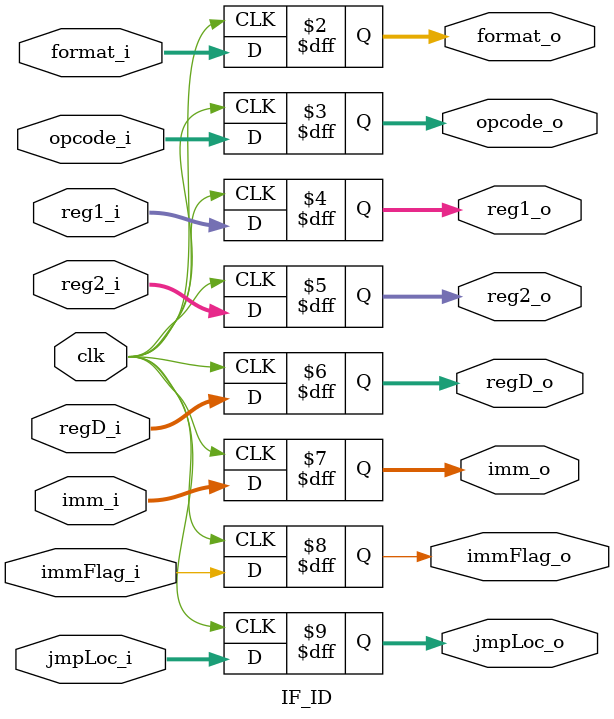
<source format=sv>
module IF_ID(
		input clk,
		input [1:0] format_i,
		input [3:0] opcode_i,
		input [2:0] reg1_i, reg2_i, regD_i,
		input [2:0] imm_i,
		input immFlag_i,
		input [15:0] jmpLoc_i,
		output reg [1:0] format_o,
		output reg [3:0] opcode_o,
		output reg [2:0] reg1_o, reg2_o, regD_o,
		output reg [2:0] imm_o,
		output reg immFlag_o,
		output reg [15:0] jmpLoc_o
	);

always_ff @ (posedge clk)
begin
	format_o  <= format_i;
	opcode_o  <= opcode_i;
	reg1_o    <= reg1_i;
	reg2_o    <= reg2_i;
	regD_o    <= regD_i;
	imm_o     <= imm_i;
	immFlag_o <= immFlag_i;
	jmpLoc_o  <= jmpLoc_i;
end

endmodule
</source>
